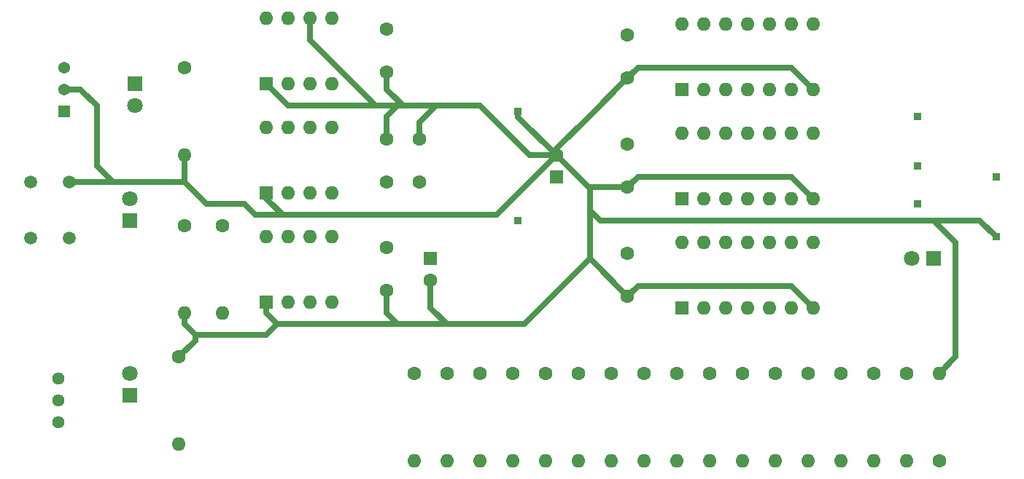
<source format=gbr>
%TF.GenerationSoftware,KiCad,Pcbnew,(5.1.6)-1*%
%TF.CreationDate,2020-10-04T13:32:31-07:00*%
%TF.ProjectId,Full555Timer,46756c6c-3535-4355-9469-6d65722e6b69,rev?*%
%TF.SameCoordinates,Original*%
%TF.FileFunction,Copper,L3,Inr*%
%TF.FilePolarity,Positive*%
%FSLAX46Y46*%
G04 Gerber Fmt 4.6, Leading zero omitted, Abs format (unit mm)*
G04 Created by KiCad (PCBNEW (5.1.6)-1) date 2020-10-04 13:32:31*
%MOMM*%
%LPD*%
G01*
G04 APERTURE LIST*
%TA.AperFunction,ViaPad*%
%ADD10R,1.600000X1.600000*%
%TD*%
%TA.AperFunction,ViaPad*%
%ADD11O,1.600000X1.600000*%
%TD*%
%TA.AperFunction,ViaPad*%
%ADD12C,1.440000*%
%TD*%
%TA.AperFunction,ViaPad*%
%ADD13C,1.600000*%
%TD*%
%TA.AperFunction,ViaPad*%
%ADD14C,1.507998*%
%TD*%
%TA.AperFunction,ViaPad*%
%ADD15C,1.800000*%
%TD*%
%TA.AperFunction,ViaPad*%
%ADD16R,1.800000X1.800000*%
%TD*%
%TA.AperFunction,ViaPad*%
%ADD17R,0.850000X0.850000*%
%TD*%
%TA.AperFunction,ViaPad*%
%ADD18R,1.370000X1.370000*%
%TD*%
%TA.AperFunction,ViaPad*%
%ADD19C,1.370000*%
%TD*%
%TA.AperFunction,Conductor*%
%ADD20C,0.640000*%
%TD*%
G04 APERTURE END LIST*
D10*
%TO.N,Net-(U4-Pad3)*%
%TO.C,U6*%
X175260000Y-85725000D03*
D11*
%TO.N,Net-(U6-Pad8)*%
X190500000Y-78105000D03*
%TO.N,Net-(U4-Pad6)*%
X177800000Y-85725000D03*
%TO.N,Net-(R14-Pad1)*%
X187960000Y-78105000D03*
%TO.N,Net-(U4-Pad9)*%
X180340000Y-85725000D03*
%TO.N,Net-(R13-Pad1)*%
X185420000Y-78105000D03*
%TO.N,Net-(R16-Pad1)*%
X182880000Y-85725000D03*
%TO.N,Net-(U6-Pad11)*%
X182880000Y-78105000D03*
%TO.N,Net-(R15-Pad1)*%
X185420000Y-85725000D03*
%TO.N,Net-(R12-Pad1)*%
X180340000Y-78105000D03*
%TO.N,Net-(U6-Pad6)*%
X187960000Y-85725000D03*
%TO.N,Net-(R11-Pad1)*%
X177800000Y-78105000D03*
%TO.N,GND*%
X190500000Y-85725000D03*
%TO.N,+5V*%
X175260000Y-78105000D03*
%TD*%
D10*
%TO.N,Net-(D1-Pad2)*%
%TO.C,U4*%
X175260000Y-111125000D03*
D11*
%TO.N,Net-(D4-Pad2)*%
X190500000Y-103505000D03*
%TO.N,Net-(D3-Pad2)*%
X177800000Y-111125000D03*
%TO.N,Net-(U4-Pad9)*%
X187960000Y-103505000D03*
%TO.N,Net-(U4-Pad3)*%
X180340000Y-111125000D03*
%TO.N,Net-(U4-Pad10)*%
X185420000Y-103505000D03*
%TO.N,Net-(U4-Pad4)*%
X182880000Y-111125000D03*
%TO.N,Net-(U4-Pad11)*%
X182880000Y-103505000D03*
%TO.N,Net-(D2-Pad2)*%
X185420000Y-111125000D03*
%TO.N,Net-(R21-Pad1)*%
X180340000Y-103505000D03*
%TO.N,Net-(U4-Pad6)*%
X187960000Y-111125000D03*
%TO.N,Net-(R20-Pad1)*%
X177800000Y-103505000D03*
%TO.N,GND*%
X190500000Y-111125000D03*
%TO.N,+5V*%
X175260000Y-103505000D03*
%TD*%
D12*
%TO.N,Net-(RV1-Pad3)*%
%TO.C,RV1*%
X102870000Y-124460000D03*
%TO.N,Net-(R1-Pad1)*%
X102870000Y-121920000D03*
%TO.N,Net-(C3-Pad1)*%
X102870000Y-119380000D03*
%TD*%
D11*
%TO.N,Net-(R1-Pad2)*%
%TO.C,R1*%
X121920000Y-111760000D03*
D13*
%TO.N,Net-(R1-Pad1)*%
X121920000Y-101600000D03*
%TD*%
D11*
%TO.N,GND*%
%TO.C,R9*%
X117475000Y-93345000D03*
D13*
%TO.N,Net-(D3-Pad1)*%
X117475000Y-83185000D03*
%TD*%
D14*
%TO.N,Net-(R3-Pad1)*%
%TO.C,SW1*%
X104140000Y-103020002D03*
%TO.N,N/C*%
X99639999Y-103020002D03*
X99639999Y-96520000D03*
%TO.N,GND*%
X104140000Y-96520000D03*
%TD*%
D11*
%TO.N,+5V*%
%TO.C,R21*%
X163195000Y-128905000D03*
D13*
%TO.N,Net-(R21-Pad1)*%
X163195000Y-118745000D03*
%TD*%
D11*
%TO.N,+5V*%
%TO.C,R20*%
X167005000Y-128905000D03*
D13*
%TO.N,Net-(R20-Pad1)*%
X167005000Y-118745000D03*
%TD*%
D11*
%TO.N,+5V*%
%TO.C,R19*%
X170815000Y-128905000D03*
D13*
%TO.N,Net-(R19-Pad1)*%
X170815000Y-118745000D03*
%TD*%
D11*
%TO.N,+5V*%
%TO.C,R18*%
X174625000Y-128905000D03*
D13*
%TO.N,Net-(R18-Pad1)*%
X174625000Y-118745000D03*
%TD*%
D11*
%TO.N,+5V*%
%TO.C,R17*%
X178435000Y-128905000D03*
D13*
%TO.N,Net-(R17-Pad1)*%
X178435000Y-118745000D03*
%TD*%
D11*
%TO.N,+5V*%
%TO.C,R16*%
X182245000Y-128905000D03*
D13*
%TO.N,Net-(R16-Pad1)*%
X182245000Y-118745000D03*
%TD*%
D11*
%TO.N,+5V*%
%TO.C,R15*%
X186055000Y-128905000D03*
D13*
%TO.N,Net-(R15-Pad1)*%
X186055000Y-118745000D03*
%TD*%
D11*
%TO.N,+5V*%
%TO.C,R14*%
X189865000Y-128905000D03*
D13*
%TO.N,Net-(R14-Pad1)*%
X189865000Y-118745000D03*
%TD*%
D11*
%TO.N,+5V*%
%TO.C,R13*%
X193675000Y-128905000D03*
D13*
%TO.N,Net-(R13-Pad1)*%
X193675000Y-118745000D03*
%TD*%
D11*
%TO.N,+5V*%
%TO.C,R12*%
X197485000Y-128905000D03*
D13*
%TO.N,Net-(R12-Pad1)*%
X197485000Y-118745000D03*
%TD*%
D11*
%TO.N,+5V*%
%TO.C,R11*%
X201295000Y-128905000D03*
D13*
%TO.N,Net-(R11-Pad1)*%
X201295000Y-118745000D03*
%TD*%
%TO.N,GND*%
%TO.C,C1*%
X160655000Y-93385000D03*
D10*
%TO.N,+5V*%
X160655000Y-95885000D03*
%TD*%
D13*
%TO.N,GND*%
%TO.C,C2*%
X140970000Y-109140000D03*
%TO.N,Net-(C2-Pad1)*%
X140970000Y-104140000D03*
%TD*%
%TO.N,GND*%
%TO.C,C3*%
X146050000Y-107910000D03*
D10*
%TO.N,Net-(C3-Pad1)*%
X146050000Y-105410000D03*
%TD*%
D13*
%TO.N,Net-(C4-Pad1)*%
%TO.C,C4*%
X144780000Y-96520000D03*
%TO.N,GND*%
X144780000Y-91520000D03*
%TD*%
%TO.N,Net-(C5-Pad1)*%
%TO.C,C5*%
X140970000Y-96520000D03*
%TO.N,GND*%
X140970000Y-91520000D03*
%TD*%
%TO.N,GND*%
%TO.C,C6*%
X140970000Y-83740000D03*
%TO.N,Net-(C6-Pad1)*%
X140970000Y-78740000D03*
%TD*%
%TO.N,+5V*%
%TO.C,C7*%
X168910000Y-104775000D03*
%TO.N,GND*%
X168910000Y-109775000D03*
%TD*%
%TO.N,GND*%
%TO.C,C8*%
X168910000Y-97075000D03*
%TO.N,+5V*%
X168910000Y-92075000D03*
%TD*%
%TO.N,+5V*%
%TO.C,C9*%
X168910000Y-79375000D03*
%TO.N,GND*%
X168910000Y-84375000D03*
%TD*%
D15*
%TO.N,Net-(D1-Pad2)*%
%TO.C,D1*%
X111125000Y-118745000D03*
D16*
%TO.N,Net-(D1-Pad1)*%
X111125000Y-121285000D03*
%TD*%
%TO.N,Net-(D2-Pad1)*%
%TO.C,D2*%
X111125000Y-100965000D03*
D15*
%TO.N,Net-(D2-Pad2)*%
X111125000Y-98425000D03*
%TD*%
%TO.N,Net-(D3-Pad2)*%
%TO.C,D3*%
X111760000Y-87630000D03*
D16*
%TO.N,Net-(D3-Pad1)*%
X111760000Y-85090000D03*
%TD*%
%TO.N,Net-(D4-Pad1)*%
%TO.C,D4*%
X204470000Y-105410000D03*
D15*
%TO.N,Net-(D4-Pad2)*%
X201930000Y-105410000D03*
%TD*%
D17*
%TO.N,GND*%
%TO.C,J1*%
X156210000Y-88265000D03*
%TD*%
%TO.N,+5V*%
%TO.C,J2*%
X156210000Y-100965000D03*
%TD*%
%TO.N,Net-(J3-Pad1)*%
%TO.C,J3*%
X202565000Y-94615000D03*
%TD*%
%TO.N,Net-(J4-Pad1)*%
%TO.C,J4*%
X202565000Y-88900000D03*
%TD*%
%TO.N,Net-(D4-Pad2)*%
%TO.C,J5*%
X202565000Y-99060000D03*
%TD*%
D13*
%TO.N,Net-(R1-Pad2)*%
%TO.C,R2*%
X144145000Y-118745000D03*
D11*
%TO.N,+5V*%
X144145000Y-128905000D03*
%TD*%
%TO.N,+5V*%
%TO.C,R3*%
X147955000Y-128905000D03*
D13*
%TO.N,Net-(R3-Pad1)*%
X147955000Y-118745000D03*
%TD*%
%TO.N,Net-(C5-Pad1)*%
%TO.C,R4*%
X151765000Y-118745000D03*
D11*
%TO.N,+5V*%
X151765000Y-128905000D03*
%TD*%
%TO.N,+5V*%
%TO.C,R5*%
X155575000Y-128905000D03*
D13*
%TO.N,Net-(R5-Pad1)*%
X155575000Y-118745000D03*
%TD*%
%TO.N,Net-(R6-Pad1)*%
%TO.C,R6*%
X159385000Y-118745000D03*
D11*
%TO.N,+5V*%
X159385000Y-128905000D03*
%TD*%
%TO.N,Net-(D1-Pad1)*%
%TO.C,R7*%
X116840000Y-127000000D03*
D13*
%TO.N,GND*%
X116840000Y-116840000D03*
%TD*%
%TO.N,Net-(D2-Pad1)*%
%TO.C,R8*%
X117475000Y-101600000D03*
D11*
%TO.N,GND*%
X117475000Y-111760000D03*
%TD*%
D13*
%TO.N,Net-(D4-Pad1)*%
%TO.C,R10*%
X205105000Y-128905000D03*
D11*
%TO.N,GND*%
X205105000Y-118745000D03*
%TD*%
D18*
%TO.N,Net-(R5-Pad1)*%
%TO.C,SW2*%
X103505000Y-88265000D03*
D19*
%TO.N,GND*%
X103505000Y-85725000D03*
%TO.N,Net-(R6-Pad1)*%
X103505000Y-83185000D03*
%TD*%
D11*
%TO.N,+5V*%
%TO.C,U1*%
X127000000Y-102870000D03*
X134620000Y-110490000D03*
%TO.N,Net-(R1-Pad2)*%
X129540000Y-102870000D03*
%TO.N,Net-(D1-Pad2)*%
X132080000Y-110490000D03*
%TO.N,Net-(C3-Pad1)*%
X132080000Y-102870000D03*
X129540000Y-110490000D03*
%TO.N,Net-(C2-Pad1)*%
X134620000Y-102870000D03*
D10*
%TO.N,GND*%
X127000000Y-110490000D03*
%TD*%
%TO.N,GND*%
%TO.C,U2*%
X127000000Y-97790000D03*
D11*
%TO.N,Net-(C4-Pad1)*%
X134620000Y-90170000D03*
%TO.N,Net-(R3-Pad1)*%
X129540000Y-97790000D03*
%TO.N,Net-(C5-Pad1)*%
X132080000Y-90170000D03*
%TO.N,Net-(D2-Pad2)*%
X132080000Y-97790000D03*
%TO.N,Net-(C5-Pad1)*%
X129540000Y-90170000D03*
%TO.N,+5V*%
X134620000Y-97790000D03*
X127000000Y-90170000D03*
%TD*%
D10*
%TO.N,GND*%
%TO.C,U3*%
X127000000Y-85090000D03*
D11*
%TO.N,Net-(C6-Pad1)*%
X134620000Y-77470000D03*
%TO.N,Net-(R5-Pad1)*%
X129540000Y-85090000D03*
%TO.N,GND*%
X132080000Y-77470000D03*
%TO.N,Net-(D3-Pad2)*%
X132080000Y-85090000D03*
%TO.N,Net-(U3-Pad7)*%
X129540000Y-77470000D03*
%TO.N,Net-(R6-Pad1)*%
X134620000Y-85090000D03*
%TO.N,+5V*%
X127000000Y-77470000D03*
%TD*%
%TO.N,+5V*%
%TO.C,U5*%
X175260000Y-90805000D03*
%TO.N,GND*%
X190500000Y-98425000D03*
%TO.N,Net-(D4-Pad2)*%
X177800000Y-90805000D03*
%TO.N,Net-(U5-Pad6)*%
X187960000Y-98425000D03*
%TO.N,Net-(J4-Pad1)*%
X180340000Y-90805000D03*
%TO.N,Net-(R18-Pad1)*%
X185420000Y-98425000D03*
%TO.N,Net-(R17-Pad1)*%
X182880000Y-90805000D03*
%TO.N,Net-(U5-Pad4)*%
X182880000Y-98425000D03*
%TO.N,Net-(U5-Pad10)*%
X185420000Y-90805000D03*
%TO.N,Net-(R19-Pad1)*%
X180340000Y-98425000D03*
%TO.N,Net-(J3-Pad1)*%
X187960000Y-90805000D03*
%TO.N,Net-(U4-Pad4)*%
X177800000Y-98425000D03*
%TO.N,Net-(U4-Pad10)*%
X190500000Y-90805000D03*
D10*
%TO.N,Net-(D3-Pad2)*%
X175260000Y-98425000D03*
%TD*%
D17*
%TO.N,GND*%
%TO.C,J6*%
X211699999Y-102870000D03*
%TD*%
%TO.N,+5V*%
%TO.C,J7*%
X211699999Y-95885000D03*
%TD*%
D20*
%TO.N,GND*%
X156210000Y-88940000D02*
X160655000Y-93385000D01*
X156210000Y-88265000D02*
X156210000Y-88940000D01*
X127000000Y-85090000D02*
X129540000Y-87630000D01*
X129540000Y-87630000D02*
X134033602Y-87630000D01*
X127000000Y-97790000D02*
X127000000Y-98425000D01*
X127000000Y-98425000D02*
X128905000Y-100330000D01*
X127000000Y-110490000D02*
X127000000Y-111760000D01*
X127000000Y-111760000D02*
X128270000Y-113030000D01*
X140970000Y-111760000D02*
X142240000Y-113030000D01*
X140970000Y-109140000D02*
X140970000Y-111760000D01*
X128270000Y-113030000D02*
X142240000Y-113030000D01*
X146050000Y-111125000D02*
X147955000Y-113030000D01*
X142240000Y-113030000D02*
X147955000Y-113030000D01*
X146050000Y-107910000D02*
X146050000Y-111125000D01*
X144780000Y-89535000D02*
X146685000Y-87630000D01*
X144780000Y-91520000D02*
X144780000Y-89535000D01*
X140970000Y-88900000D02*
X142240000Y-87630000D01*
X140970000Y-91520000D02*
X140970000Y-88900000D01*
X140970000Y-83740000D02*
X140970000Y-85725000D01*
X142240000Y-87630000D02*
X142875000Y-87630000D01*
X140970000Y-85725000D02*
X142875000Y-87630000D01*
X142875000Y-87630000D02*
X146685000Y-87630000D01*
X117475000Y-93345000D02*
X117475000Y-96520000D01*
X117475000Y-96520000D02*
X120015000Y-99060000D01*
X120015000Y-99060000D02*
X124460000Y-99060000D01*
X124460000Y-99060000D02*
X125730000Y-100330000D01*
X125730000Y-100330000D02*
X128905000Y-100330000D01*
X117475000Y-111760000D02*
X117475000Y-113030000D01*
X117475000Y-113030000D02*
X118745000Y-114300000D01*
X127000000Y-114300000D02*
X128270000Y-113030000D01*
X118745000Y-114300000D02*
X127000000Y-114300000D01*
X118745000Y-114935000D02*
X118745000Y-114300000D01*
X116840000Y-116840000D02*
X118745000Y-114935000D01*
X103505000Y-85725000D02*
X105410000Y-85725000D01*
X105410000Y-85725000D02*
X107315000Y-87630000D01*
X107315000Y-87630000D02*
X107315000Y-94615000D01*
X104140000Y-96520000D02*
X109220000Y-96520000D01*
X107315000Y-94615000D02*
X109220000Y-96520000D01*
X109220000Y-96520000D02*
X117475000Y-96520000D01*
X170100000Y-108585000D02*
X168910000Y-109775000D01*
X190500000Y-111125000D02*
X187960000Y-108585000D01*
X187960000Y-108585000D02*
X170100000Y-108585000D01*
X170100000Y-95885000D02*
X168910000Y-97075000D01*
X190500000Y-98425000D02*
X187960000Y-95885000D01*
X187960000Y-95885000D02*
X170100000Y-95885000D01*
X170100000Y-83185000D02*
X168910000Y-84375000D01*
X190500000Y-85725000D02*
X187960000Y-83185000D01*
X187960000Y-83185000D02*
X170100000Y-83185000D01*
X168910000Y-109775000D02*
X164545000Y-105410000D01*
X160691002Y-93385000D02*
X160655000Y-93385000D01*
X164545000Y-97238998D02*
X160691002Y-93385000D01*
X164545000Y-105410000D02*
X164545000Y-98345000D01*
X164545000Y-98345000D02*
X164545000Y-97238998D01*
X164708998Y-97075000D02*
X164545000Y-97238998D01*
X168910000Y-97075000D02*
X164708998Y-97075000D01*
X160655000Y-92630000D02*
X160655000Y-93385000D01*
X156925000Y-113030000D02*
X164545000Y-105410000D01*
X147955000Y-113030000D02*
X156925000Y-113030000D01*
X153710000Y-100330000D02*
X160655000Y-93385000D01*
X147955000Y-100330000D02*
X153710000Y-100330000D01*
X147955000Y-100330000D02*
X148590000Y-100330000D01*
X128905000Y-100330000D02*
X147955000Y-100330000D01*
X146685000Y-87630000D02*
X151765000Y-87630000D01*
X157520000Y-93385000D02*
X160655000Y-93385000D01*
X151765000Y-87630000D02*
X157520000Y-93385000D01*
X168910000Y-84375000D02*
X164425000Y-88860000D01*
X164425000Y-88860000D02*
X160655000Y-92630000D01*
X132080000Y-80010000D02*
X139700000Y-87630000D01*
X132080000Y-77470000D02*
X132080000Y-80010000D01*
X134033602Y-87630000D02*
X139700000Y-87630000D01*
X139700000Y-87630000D02*
X142240000Y-87630000D01*
X209794999Y-100965000D02*
X211699999Y-102870000D01*
X164545000Y-98345000D02*
X164545000Y-99775000D01*
X164545000Y-99775000D02*
X165735000Y-100965000D01*
X204470000Y-100965000D02*
X207010000Y-103505000D01*
X204470000Y-100965000D02*
X209794999Y-100965000D01*
X165735000Y-100965000D02*
X204470000Y-100965000D01*
X207010000Y-103505000D02*
X207010000Y-116840000D01*
X207010000Y-116840000D02*
X205105000Y-118745000D01*
%TD*%
M02*

</source>
